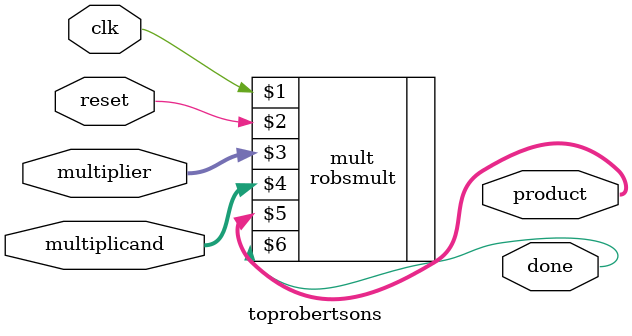
<source format=sv>
module toprobertsons(
  input        clk, reset, 
  input [ 7:0] multiplier,   // 8-bit data input to multiplier unit
               multiplicand, // 8-bit data input to multiplier unit
  output[15:0] product,      // 16-bit data output of multiplier unit
  output       done          // flag to signal multiplication is complete to testbench
    );

// instantiate Robertson's Multiplier
   robsmult mult(clk, reset, multiplier, multiplicand, product, done);
    
// alternative: instantiate "fake" signed multipler (used for testing testbench only)
// signed_mult mult(product, clk, multiplier, multiplicand);

endmodule

</source>
